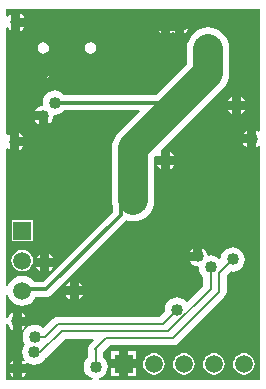
<source format=gbl>
G04 Layer_Physical_Order=2*
G04 Layer_Color=16711680*
%FSLAX25Y25*%
%MOIN*%
G70*
G01*
G75*
%ADD24C,0.00800*%
%ADD25C,0.01200*%
%ADD28C,0.06000*%
%ADD31R,0.05906X0.05906*%
%ADD32C,0.05906*%
%ADD33R,0.05906X0.05906*%
%ADD34C,0.04000*%
%ADD35C,0.10000*%
G36*
X382172Y642599D02*
X381672Y642441D01*
X381107Y642874D01*
X380994Y642921D01*
Y640079D01*
Y637236D01*
X381107Y637284D01*
X381672Y637717D01*
X382172Y637559D01*
Y559800D01*
X328628D01*
X328538Y560282D01*
X329511Y560685D01*
X330346Y561326D01*
X330988Y562161D01*
X331391Y563134D01*
X331528Y564179D01*
X331391Y565223D01*
X330988Y566196D01*
X330346Y567032D01*
X329941Y567343D01*
Y569165D01*
X332107Y571332D01*
X353294D01*
X354230Y571518D01*
X355024Y572048D01*
X370424Y587448D01*
X370954Y588242D01*
X371141Y589179D01*
Y594365D01*
X372687Y595911D01*
X373194Y595844D01*
X374238Y595982D01*
X375211Y596385D01*
X376046Y597026D01*
X376688Y597861D01*
X377091Y598835D01*
X377228Y599879D01*
X377091Y600923D01*
X376688Y601896D01*
X376046Y602732D01*
X375211Y603373D01*
X374238Y603776D01*
X373194Y603913D01*
X372149Y603776D01*
X371176Y603373D01*
X370341Y602732D01*
X369700Y601896D01*
X369297Y600923D01*
X369205Y600225D01*
X368682Y600085D01*
X368647Y600132D01*
X367811Y600773D01*
X366838Y601176D01*
X365794Y601313D01*
X364782Y601180D01*
X364711Y601714D01*
X364389Y602493D01*
X363876Y603161D01*
X363208Y603674D01*
X363094Y603721D01*
Y600879D01*
X361594D01*
Y599379D01*
X358751D01*
X358799Y599265D01*
X359311Y598596D01*
X359980Y598084D01*
X360758Y597761D01*
X361594Y597651D01*
X361773Y597170D01*
X361897Y596235D01*
X362300Y595261D01*
X362941Y594426D01*
X363347Y594114D01*
Y591150D01*
X358054Y585857D01*
X357555Y585890D01*
X357447Y586032D01*
X356611Y586673D01*
X355638Y587076D01*
X354594Y587213D01*
X353550Y587076D01*
X352576Y586673D01*
X351741Y586032D01*
X351100Y585196D01*
X350697Y584223D01*
X350559Y583179D01*
X350626Y582672D01*
X348780Y580826D01*
X314894D01*
X313957Y580640D01*
X313163Y580109D01*
X310012Y576958D01*
X309211Y577573D01*
X308238Y577976D01*
X307194Y578113D01*
X306150Y577976D01*
X305176Y577573D01*
X304341Y576932D01*
X303700Y576096D01*
X303297Y575123D01*
X303159Y574079D01*
X303297Y573034D01*
X303700Y572061D01*
X304097Y571544D01*
X303600Y570896D01*
X303197Y569923D01*
X303059Y568879D01*
X303197Y567835D01*
X303600Y566861D01*
X303895Y566477D01*
X303538Y566120D01*
X303207Y566374D01*
X303094Y566421D01*
Y565079D01*
X304436D01*
X304389Y565193D01*
X304222Y565410D01*
X304578Y565767D01*
X305076Y565385D01*
X306049Y564982D01*
X307094Y564844D01*
X308138Y564982D01*
X309111Y565385D01*
X309946Y566026D01*
X310588Y566861D01*
X310662Y567040D01*
X310824Y567148D01*
X317207Y573532D01*
X326733D01*
X326924Y573070D01*
X325663Y571809D01*
X325133Y571015D01*
X324947Y570079D01*
X325047Y569576D01*
Y567343D01*
X324641Y567032D01*
X324000Y566196D01*
X323597Y565223D01*
X323459Y564179D01*
X323597Y563134D01*
X324000Y562161D01*
X324641Y561326D01*
X325476Y560685D01*
X326449Y560282D01*
X326359Y559800D01*
X297715D01*
Y578249D01*
X298215Y578349D01*
X298499Y577665D01*
X299011Y576997D01*
X299680Y576484D01*
X299794Y576436D01*
Y579279D01*
Y582121D01*
X299680Y582074D01*
X299011Y581561D01*
X298499Y580893D01*
X298215Y580209D01*
X297715Y580308D01*
Y587973D01*
X298215Y588073D01*
X298668Y586981D01*
X299461Y585946D01*
X300496Y585152D01*
X301701Y584654D01*
X302994Y584483D01*
X304287Y584654D01*
X305491Y585152D01*
X306526Y585946D01*
X307320Y586981D01*
X307434Y587256D01*
X310894D01*
X310894Y587256D01*
X311572Y587346D01*
X312205Y587608D01*
X312748Y588024D01*
X337648Y612924D01*
X337648Y612924D01*
X337742Y613047D01*
X338621Y612780D01*
X339994Y612645D01*
X341366Y612780D01*
X342685Y613180D01*
X343901Y613830D01*
X344967Y614705D01*
X345842Y615771D01*
X346492Y616987D01*
X346892Y618306D01*
X347028Y619679D01*
Y634065D01*
X347630Y634667D01*
X348054Y634384D01*
X348051Y634379D01*
X349394D01*
Y635721D01*
X349388Y635719D01*
X349105Y636143D01*
X369967Y657005D01*
X370842Y658071D01*
X371492Y659287D01*
X371892Y660606D01*
X372028Y661979D01*
Y670179D01*
X371892Y671551D01*
X371492Y672870D01*
X370842Y674087D01*
X369967Y675152D01*
X368901Y676027D01*
X367685Y676677D01*
X366366Y677077D01*
X364994Y677213D01*
X363621Y677077D01*
X362302Y676677D01*
X361086Y676027D01*
X360020Y675152D01*
X359145Y674087D01*
X358495Y672870D01*
X358095Y671551D01*
X357960Y670179D01*
Y664892D01*
X347869Y654801D01*
X316923D01*
X316746Y655032D01*
X315911Y655673D01*
X314938Y656076D01*
X313894Y656213D01*
X312849Y656076D01*
X311876Y655673D01*
X311041Y655032D01*
X310400Y654196D01*
X309997Y653223D01*
X309859Y652179D01*
X309952Y651473D01*
X309983Y651129D01*
X309535Y650946D01*
X309158Y650896D01*
X308380Y650574D01*
X307711Y650061D01*
X307199Y649393D01*
X307151Y649279D01*
X309994D01*
Y647779D01*
X311494D01*
Y644936D01*
X311608Y644984D01*
X312276Y645497D01*
X312789Y646165D01*
X313111Y646943D01*
X313221Y647779D01*
X313214Y647834D01*
X313568Y648187D01*
X313894Y648144D01*
X314938Y648282D01*
X315911Y648685D01*
X316746Y649326D01*
X316923Y649556D01*
X341971D01*
X342162Y649094D01*
X335020Y641952D01*
X334145Y640886D01*
X333495Y639671D01*
X333095Y638351D01*
X332960Y636979D01*
Y619679D01*
X333095Y618306D01*
X333171Y618055D01*
Y615865D01*
X309807Y592501D01*
X306917D01*
X306526Y593011D01*
X305491Y593805D01*
X304287Y594304D01*
X302994Y594474D01*
X301701Y594304D01*
X300496Y593805D01*
X299461Y593011D01*
X298668Y591976D01*
X298215Y590885D01*
X297715Y590984D01*
Y636765D01*
X298189Y636926D01*
X298211Y636897D01*
X298880Y636384D01*
X298994Y636336D01*
Y639179D01*
Y642021D01*
X298880Y641974D01*
X298211Y641461D01*
X298189Y641431D01*
X297715Y641592D01*
Y677043D01*
X298215Y677213D01*
X298611Y676696D01*
X299280Y676184D01*
X299394Y676136D01*
Y678979D01*
Y681821D01*
X299280Y681774D01*
X298611Y681261D01*
X298215Y680745D01*
X297715Y680914D01*
Y683457D01*
X382172D01*
Y642599D01*
D02*
G37*
%LPC*%
G36*
X344494Y682121D02*
Y680779D01*
X345836D01*
X345789Y680893D01*
X345276Y681561D01*
X344607Y682074D01*
X344494Y682121D01*
D02*
G37*
G36*
X341494D02*
X341380Y682074D01*
X340711Y681561D01*
X340198Y680893D01*
X340151Y680779D01*
X341494D01*
Y682121D01*
D02*
G37*
G36*
X336494Y681821D02*
Y680479D01*
X337836D01*
X337789Y680592D01*
X337276Y681261D01*
X336608Y681774D01*
X336494Y681821D01*
D02*
G37*
G36*
X333494D02*
X333380Y681774D01*
X332711Y681261D01*
X332199Y680592D01*
X332151Y680479D01*
X333494D01*
Y681821D01*
D02*
G37*
G36*
X302394D02*
Y680479D01*
X303736D01*
X303689Y680592D01*
X303176Y681261D01*
X302507Y681774D01*
X302394Y681821D01*
D02*
G37*
G36*
X353994Y681021D02*
X353880Y680974D01*
X353586Y680748D01*
X353194Y680473D01*
X352802Y680748D01*
X352507Y680974D01*
X352394Y681021D01*
Y678179D01*
Y675336D01*
X352507Y675384D01*
X352802Y675609D01*
X353194Y675884D01*
X353586Y675609D01*
X353880Y675384D01*
X353994Y675336D01*
Y678179D01*
Y681021D01*
D02*
G37*
G36*
X356994D02*
Y679679D01*
X358336D01*
X358289Y679792D01*
X357776Y680461D01*
X357107Y680974D01*
X356994Y681021D01*
D02*
G37*
G36*
X349394D02*
X349280Y680974D01*
X348611Y680461D01*
X348098Y679792D01*
X348051Y679679D01*
X349394D01*
Y681021D01*
D02*
G37*
G36*
X345836Y677779D02*
X344494D01*
Y676436D01*
X344607Y676484D01*
X345276Y676997D01*
X345789Y677665D01*
X345836Y677779D01*
D02*
G37*
G36*
X341494D02*
X340151D01*
X340198Y677665D01*
X340711Y676997D01*
X341380Y676484D01*
X341494Y676436D01*
Y677779D01*
D02*
G37*
G36*
X337836Y677479D02*
X336494D01*
Y676136D01*
X336608Y676184D01*
X337276Y676696D01*
X337789Y677365D01*
X337836Y677479D01*
D02*
G37*
G36*
X333494D02*
X332151D01*
X332199Y677365D01*
X332711Y676696D01*
X333380Y676184D01*
X333494Y676136D01*
Y677479D01*
D02*
G37*
G36*
X303736D02*
X302394D01*
Y676136D01*
X302507Y676184D01*
X303176Y676696D01*
X303689Y677365D01*
X303736Y677479D01*
D02*
G37*
G36*
X358336Y676679D02*
X356994D01*
Y675336D01*
X357107Y675384D01*
X357776Y675897D01*
X358289Y676565D01*
X358336Y676679D01*
D02*
G37*
G36*
X349394D02*
X348051D01*
X348098Y676565D01*
X348611Y675897D01*
X349280Y675384D01*
X349394Y675336D01*
Y676679D01*
D02*
G37*
G36*
X325768Y672320D02*
X325034Y672174D01*
X324413Y671758D01*
X323997Y671137D01*
X323851Y670403D01*
X323997Y669670D01*
X324413Y669048D01*
X325034Y668633D01*
X325768Y668487D01*
X326501Y668633D01*
X327123Y669048D01*
X327538Y669670D01*
X327684Y670403D01*
X327538Y671137D01*
X327123Y671758D01*
X326501Y672174D01*
X325768Y672320D01*
D02*
G37*
G36*
X310020D02*
X309286Y672174D01*
X308665Y671758D01*
X308249Y671137D01*
X308103Y670403D01*
X308249Y669670D01*
X308665Y669048D01*
X309286Y668633D01*
X310020Y668487D01*
X310753Y668633D01*
X311375Y669048D01*
X311790Y669670D01*
X311936Y670403D01*
X311790Y671137D01*
X311375Y671758D01*
X310753Y672174D01*
X310020Y672320D01*
D02*
G37*
G36*
X307594Y665621D02*
X307480Y665574D01*
X306811Y665061D01*
X306694Y664908D01*
X306194D01*
X306076Y665061D01*
X305408Y665574D01*
X305294Y665621D01*
Y662779D01*
Y659936D01*
X305408Y659984D01*
X306076Y660497D01*
X306194Y660650D01*
X306694D01*
X306811Y660497D01*
X307480Y659984D01*
X307594Y659936D01*
Y662779D01*
Y665621D01*
D02*
G37*
G36*
X310594D02*
Y664279D01*
X311936D01*
X311889Y664393D01*
X311376Y665061D01*
X310707Y665574D01*
X310594Y665621D01*
D02*
G37*
G36*
X302294D02*
X302180Y665574D01*
X301511Y665061D01*
X300998Y664393D01*
X300951Y664279D01*
X302294D01*
Y665621D01*
D02*
G37*
G36*
X311936Y661279D02*
X310594D01*
Y659936D01*
X310707Y659984D01*
X311376Y660497D01*
X311889Y661165D01*
X311936Y661279D01*
D02*
G37*
G36*
X302294D02*
X300951D01*
X300998Y661165D01*
X301511Y660497D01*
X302180Y659984D01*
X302294Y659936D01*
Y661279D01*
D02*
G37*
G36*
X375894Y654121D02*
Y652779D01*
X377236D01*
X377189Y652892D01*
X376676Y653561D01*
X376008Y654074D01*
X375894Y654121D01*
D02*
G37*
G36*
X372894D02*
X372780Y654074D01*
X372111Y653561D01*
X371599Y652892D01*
X371551Y652779D01*
X372894D01*
Y654121D01*
D02*
G37*
G36*
X377236Y649779D02*
X375894D01*
Y648436D01*
X376008Y648484D01*
X376676Y648996D01*
X377189Y649665D01*
X377236Y649779D01*
D02*
G37*
G36*
X372894D02*
X371551D01*
X371599Y649665D01*
X372111Y648996D01*
X372780Y648484D01*
X372894Y648436D01*
Y649779D01*
D02*
G37*
G36*
X308494Y646279D02*
X307151D01*
X307199Y646165D01*
X307711Y645497D01*
X308380Y644984D01*
X308494Y644936D01*
Y646279D01*
D02*
G37*
G36*
X377994Y642921D02*
X377880Y642874D01*
X377211Y642361D01*
X376698Y641692D01*
X376651Y641579D01*
X377994D01*
Y642921D01*
D02*
G37*
G36*
X301994Y642021D02*
Y640679D01*
X303336D01*
X303289Y640793D01*
X302776Y641461D01*
X302108Y641974D01*
X301994Y642021D01*
D02*
G37*
G36*
X377994Y638579D02*
X376651D01*
X376698Y638465D01*
X377211Y637796D01*
X377880Y637284D01*
X377994Y637236D01*
Y638579D01*
D02*
G37*
G36*
X303336Y637679D02*
X301994D01*
Y636336D01*
X302108Y636384D01*
X302776Y636897D01*
X303289Y637565D01*
X303336Y637679D01*
D02*
G37*
G36*
X352394Y635721D02*
Y634379D01*
X353736D01*
X353689Y634492D01*
X353176Y635161D01*
X352507Y635674D01*
X352394Y635721D01*
D02*
G37*
G36*
X353736Y631379D02*
X352394D01*
Y630036D01*
X352507Y630084D01*
X353176Y630596D01*
X353689Y631265D01*
X353736Y631379D01*
D02*
G37*
G36*
X349394D02*
X348051D01*
X348098Y631265D01*
X348611Y630596D01*
X349280Y630084D01*
X349394Y630036D01*
Y631379D01*
D02*
G37*
G36*
X306546Y613031D02*
X299441D01*
Y605926D01*
X306546D01*
Y613031D01*
D02*
G37*
G36*
X360094Y603721D02*
X359980Y603674D01*
X359311Y603161D01*
X358799Y602493D01*
X358751Y602379D01*
X360094D01*
Y603721D01*
D02*
G37*
G36*
X311994Y601721D02*
Y600379D01*
X313336D01*
X313289Y600492D01*
X312776Y601161D01*
X312107Y601674D01*
X311994Y601721D01*
D02*
G37*
G36*
X308994D02*
X308880Y601674D01*
X308211Y601161D01*
X307698Y600492D01*
X307651Y600379D01*
X308994D01*
Y601721D01*
D02*
G37*
G36*
X313336Y597379D02*
X311994D01*
Y596036D01*
X312107Y596084D01*
X312776Y596596D01*
X313289Y597265D01*
X313336Y597379D01*
D02*
G37*
G36*
X308994D02*
X307651D01*
X307698Y597265D01*
X308211Y596596D01*
X308880Y596084D01*
X308994Y596036D01*
Y597379D01*
D02*
G37*
G36*
X302994Y603062D02*
X302066Y602940D01*
X301202Y602582D01*
X300460Y602013D01*
X299890Y601270D01*
X299532Y600406D01*
X299410Y599479D01*
X299532Y598551D01*
X299890Y597687D01*
X300460Y596945D01*
X301202Y596375D01*
X302066Y596017D01*
X302994Y595895D01*
X303921Y596017D01*
X304785Y596375D01*
X305528Y596945D01*
X306097Y597687D01*
X306455Y598551D01*
X306577Y599479D01*
X306455Y600406D01*
X306097Y601270D01*
X305528Y602013D01*
X304785Y602582D01*
X303921Y602940D01*
X302994Y603062D01*
D02*
G37*
G36*
X321794Y592321D02*
Y590979D01*
X323136D01*
X323089Y591092D01*
X322576Y591761D01*
X321907Y592274D01*
X321794Y592321D01*
D02*
G37*
G36*
X318794D02*
X318680Y592274D01*
X318011Y591761D01*
X317498Y591092D01*
X317451Y590979D01*
X318794D01*
Y592321D01*
D02*
G37*
G36*
X323136Y587979D02*
X321794D01*
Y586636D01*
X321907Y586684D01*
X322576Y587196D01*
X323089Y587865D01*
X323136Y587979D01*
D02*
G37*
G36*
X318794D02*
X317451D01*
X317498Y587865D01*
X318011Y587196D01*
X318680Y586684D01*
X318794Y586636D01*
Y587979D01*
D02*
G37*
G36*
X302794Y582121D02*
Y580779D01*
X304136D01*
X304089Y580893D01*
X303576Y581561D01*
X302907Y582074D01*
X302794Y582121D01*
D02*
G37*
G36*
X304136Y577779D02*
X302794D01*
Y576436D01*
X302907Y576484D01*
X303576Y576997D01*
X304089Y577665D01*
X304136Y577779D01*
D02*
G37*
G36*
X341047Y569232D02*
X338394D01*
Y566579D01*
X341047D01*
Y569232D01*
D02*
G37*
G36*
X335394D02*
X332741D01*
Y566579D01*
X335394D01*
Y569232D01*
D02*
G37*
G36*
X300094Y566421D02*
X299980Y566374D01*
X299311Y565861D01*
X298798Y565193D01*
X298751Y565079D01*
X300094D01*
Y566421D01*
D02*
G37*
G36*
X376894Y568662D02*
X375966Y568540D01*
X375102Y568182D01*
X374360Y567613D01*
X373790Y566870D01*
X373432Y566006D01*
X373310Y565079D01*
X373432Y564151D01*
X373790Y563287D01*
X374360Y562545D01*
X375102Y561975D01*
X375966Y561617D01*
X376894Y561495D01*
X377821Y561617D01*
X378685Y561975D01*
X379428Y562545D01*
X379997Y563287D01*
X380355Y564151D01*
X380477Y565079D01*
X380355Y566006D01*
X379997Y566870D01*
X379428Y567613D01*
X378685Y568182D01*
X377821Y568540D01*
X376894Y568662D01*
D02*
G37*
G36*
X366894D02*
X365966Y568540D01*
X365102Y568182D01*
X364360Y567613D01*
X363790Y566870D01*
X363432Y566006D01*
X363310Y565079D01*
X363432Y564151D01*
X363790Y563287D01*
X364360Y562545D01*
X365102Y561975D01*
X365966Y561617D01*
X366894Y561495D01*
X367821Y561617D01*
X368685Y561975D01*
X369428Y562545D01*
X369997Y563287D01*
X370355Y564151D01*
X370477Y565079D01*
X370355Y566006D01*
X369997Y566870D01*
X369428Y567613D01*
X368685Y568182D01*
X367821Y568540D01*
X366894Y568662D01*
D02*
G37*
G36*
X356894D02*
X355966Y568540D01*
X355102Y568182D01*
X354360Y567613D01*
X353790Y566870D01*
X353432Y566006D01*
X353310Y565079D01*
X353432Y564151D01*
X353790Y563287D01*
X354360Y562545D01*
X355102Y561975D01*
X355966Y561617D01*
X356894Y561495D01*
X357821Y561617D01*
X358685Y561975D01*
X359428Y562545D01*
X359997Y563287D01*
X360355Y564151D01*
X360477Y565079D01*
X360355Y566006D01*
X359997Y566870D01*
X359428Y567613D01*
X358685Y568182D01*
X357821Y568540D01*
X356894Y568662D01*
D02*
G37*
G36*
X346894D02*
X345966Y568540D01*
X345102Y568182D01*
X344360Y567613D01*
X343790Y566870D01*
X343432Y566006D01*
X343310Y565079D01*
X343432Y564151D01*
X343790Y563287D01*
X344360Y562545D01*
X345102Y561975D01*
X345966Y561617D01*
X346894Y561495D01*
X347821Y561617D01*
X348685Y561975D01*
X349428Y562545D01*
X349997Y563287D01*
X350355Y564151D01*
X350477Y565079D01*
X350355Y566006D01*
X349997Y566870D01*
X349428Y567613D01*
X348685Y568182D01*
X347821Y568540D01*
X346894Y568662D01*
D02*
G37*
G36*
X341047Y563579D02*
X338394D01*
Y560926D01*
X341047D01*
Y563579D01*
D02*
G37*
G36*
X335394D02*
X332741D01*
Y560926D01*
X335394D01*
Y563579D01*
D02*
G37*
G36*
X304436Y562079D02*
X303094D01*
Y560736D01*
X303207Y560784D01*
X303876Y561297D01*
X304389Y561965D01*
X304436Y562079D01*
D02*
G37*
G36*
X300094D02*
X298751D01*
X298798Y561965D01*
X299311Y561297D01*
X299980Y560784D01*
X300094Y560736D01*
Y562079D01*
D02*
G37*
%LPD*%
D24*
X368694Y595379D02*
X373194Y599879D01*
X368694Y589179D02*
Y595379D01*
X353294Y573779D02*
X368694Y589179D01*
X316194Y575979D02*
X351636D01*
X309094Y568879D02*
X316194Y575979D01*
X307094Y568879D02*
X309094D01*
X351636Y575979D02*
X365794Y590136D01*
X331094Y573779D02*
X353294D01*
X327394Y570079D02*
X331094Y573779D01*
X349794Y578379D02*
X354594Y583179D01*
X314894Y578379D02*
X349794D01*
X365794Y590136D02*
Y597279D01*
X310494Y573979D02*
X314894Y578379D01*
X307194Y573979D02*
X310494D01*
X327394Y570079D02*
X327494Y569979D01*
Y564679D02*
Y569979D01*
D25*
X310894Y589879D02*
X335794Y614779D01*
X305194Y589879D02*
X310894D01*
X304294Y590779D02*
X305194Y589879D01*
X335794Y614779D02*
Y619179D01*
X313894Y652179D02*
X352294D01*
D28*
X325594Y678979D02*
X355794D01*
X309394Y662779D02*
X325594Y678979D01*
X302494Y662779D02*
X309394D01*
D31*
X302994Y609479D02*
D03*
D32*
Y599479D02*
D03*
Y589479D02*
D03*
X376894Y565079D02*
D03*
X366894D02*
D03*
X356894D02*
D03*
X346894D02*
D03*
D33*
X336894D02*
D03*
D34*
X313894Y652179D02*
D03*
X339694Y627779D02*
D03*
X339894Y621879D02*
D03*
Y633679D02*
D03*
X350894Y632879D02*
D03*
X300494Y639179D02*
D03*
X310494Y598879D02*
D03*
X320294Y589479D02*
D03*
X374394Y651279D02*
D03*
X364994Y660179D02*
D03*
X309994Y647779D02*
D03*
X309094Y662779D02*
D03*
X303794D02*
D03*
X364994Y665179D02*
D03*
Y670179D02*
D03*
X355494Y678179D02*
D03*
X350894D02*
D03*
X342994Y679279D02*
D03*
X334994Y678979D02*
D03*
X300894D02*
D03*
X301294Y579279D02*
D03*
X301594Y563579D02*
D03*
X379494Y640079D02*
D03*
X361594Y600879D02*
D03*
X373194Y599879D02*
D03*
X365794Y597279D02*
D03*
X354594Y583179D02*
D03*
X307194Y574079D02*
D03*
X307094Y568879D02*
D03*
X327494Y564179D02*
D03*
D35*
X339994Y619679D02*
Y636979D01*
X364994Y661979D01*
Y670179D01*
M02*

</source>
